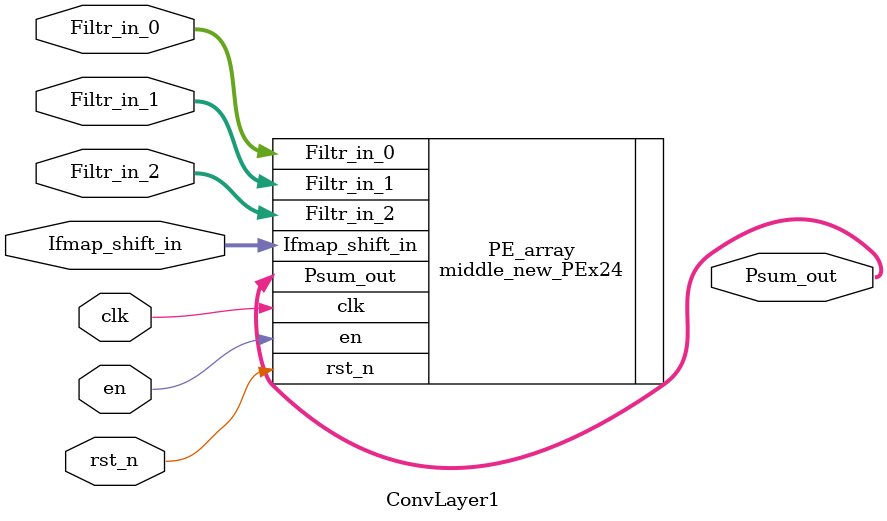
<source format=v>
module ConvLayer1 (
    input clk,
    input rst_n,
    input en,
    input [207:0] Ifmap_shift_in,  //26x8=208位数据输入

    input [23:0] Filtr_in_2,  //权重3x8x=24位
    input [23:0] Filtr_in_1,  //权重3x8x=24位
    input [23:0] Filtr_in_0,  //权重3x8x=24位

    output [479:0] Psum_out  //14*24=336位卷积核0数据输出

);
  middle_new_PEx24 PE_array (
      .clk(clk),  // PE时钟
      .rst_n(rst_n),  // 复位信号，低有效
      .en(en),  // 使能信号，高有效 

      .Ifmap_shift_in(Ifmap_shift_in),  // 列输入特征图 8位*26通道=208位（数据） 

      .Filtr_in_2(Filtr_in_2[23:0]),  // 输入权重 8位*3通道=24位（卷积核）   
      .Filtr_in_1(Filtr_in_1[23:0]),  // 输入权重 4位*3通道=12位（卷积核）
      .Filtr_in_0(Filtr_in_0[23:0]),  // 输入权重 4位*3通道=12位（卷积核） 

      .Psum_out(Psum_out)  // 列输出计算结果 8位*24=192位 (结果)
  );
endmodule

</source>
